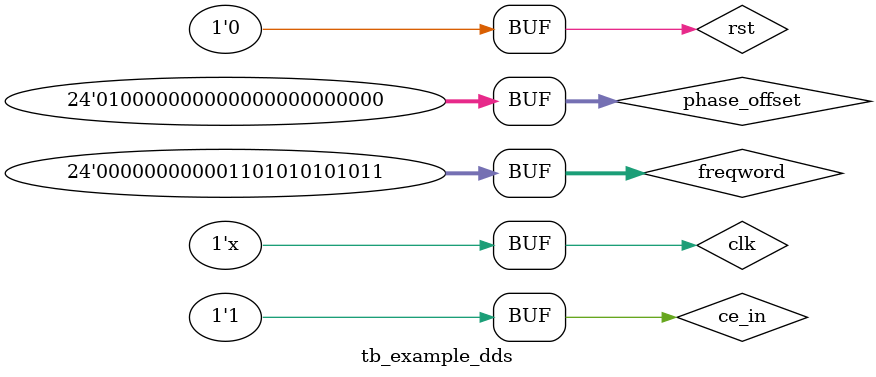
<source format=v>
`timescale 1ns / 1ps

module tb_example_dds;

    reg clk, ce_in, rst;
    reg [23:0] freqword, phase_offset;
    wire ce_out;
    wire [15:0] sin, cos;

    example_dds dut (
        .clk            (clk),
        .rst            (rst),
        .ce_in          (ce_in),
        .freqword       (freqword),
        .phase_offset   (phase_offset),
        .ce_out         (ce_out),
        .sin            (sin),
        .cos            (cos));

    initial begin
        clk = 0;
        rst = 1;
        ce_in = 1'b1;
        freqword = 24'd6827;
        phase_offset = 0;
        #8 rst = 0;
        #1000 phase_offset = 4194304;
    end

    always begin
        #1 clk = ~clk;
    end

endmodule

</source>
